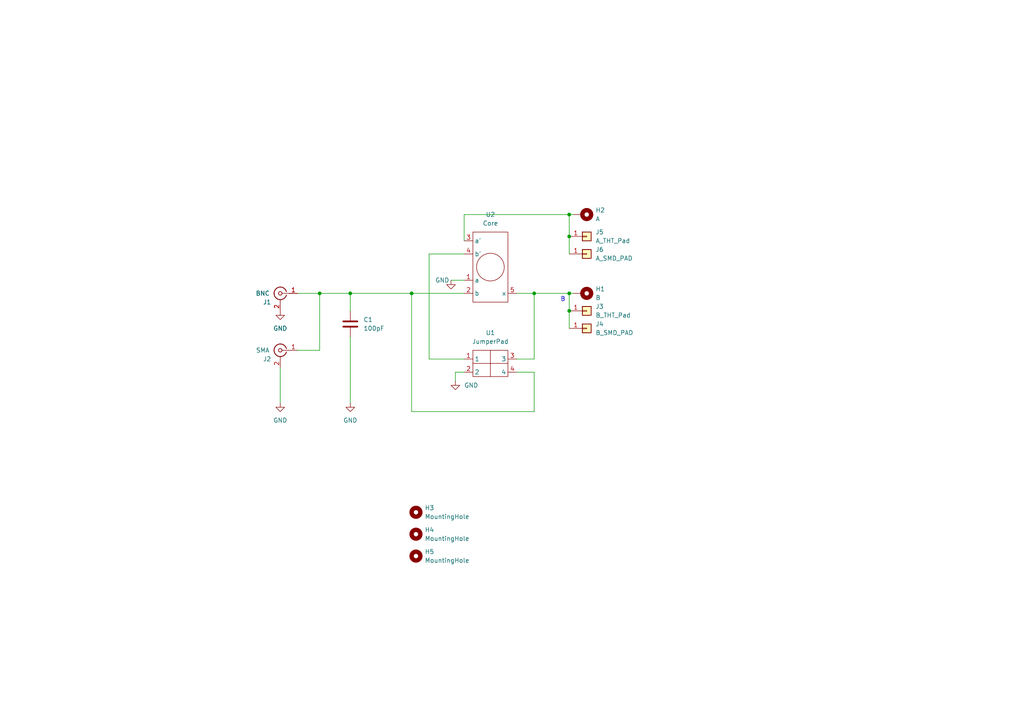
<source format=kicad_sch>
(kicad_sch (version 20211123) (generator eeschema)
  (paper "A4")
  (title_block (title "UniBalun") (date "2023-02-03") (rev "1.2") (company "DG1JAN") (comment 1 "Open Source Hardware under Creative  Commons BY SA-4.0"))
  (lib_symbols
    (symbol "Connector:Conn_Coaxial" (pin_names (offset 1.016) hide)
      (property "Reference" "J" (at 0.254 3.048 0))
      (property "Value" "Conn_Coaxial" (at 2.921 0 90))
      (symbol "Conn_Coaxial_0_1"
        (arc (start -1.778 -0.508) (mid 0.222 -1.808) (end 1.778 0) (stroke (width 0.254)))
        (polyline (pts (xy -2.54 0) (xy -0.508 0)))
        (polyline (pts (xy 0 -2.54) (xy 0 -1.778)))
        (circle (center 0 0) (radius 0.508) (stroke (width 0.2032)))
        (arc (start 1.778 0) (mid 0.222 1.8083) (end -1.778 0.508) (stroke (width 0.254)))
      )
      (symbol "Conn_Coaxial_1_1"
        (pin passive line (at -5.08 0 0) (length 2.54) (name "In") (number "1"))
        (pin passive line (at 0 -5.08 90) (length 2.54) (name "Ext") (number "2"))
      )
    )
    (symbol "Connector_Generic:Conn_01x01" (pin_names (offset 1.016) hide)
      (property "Reference" "J" (at 0 2.54 0))
      (property "Value" "Conn_01x01" (at 0 -2.54 0))
      (symbol "Conn_01x01_1_1"
        (rectangle (start -1.27 0.127) (end 0 -0.127) (stroke (width 0.1524)))
        (rectangle (start -1.27 1.27) (end 1.27 -1.27) (stroke (width 0.254)) (fill (type background)))
        (pin passive line (at -5.08 0 0) (length 3.81) (name "Pin_1") (number "1"))
      )
    )
    (symbol "Device:C" (pin_numbers hide) (pin_names (offset 0.254))
      (property "Reference" "C" (at 0.635 2.54 0))
      (property "Value" "C" (at 0.635 -2.54 0))
      (symbol "C_0_1"
        (polyline (pts (xy -2.032 -0.762) (xy 2.032 -0.762)) (stroke (width 0.508)))
        (polyline (pts (xy -2.032 0.762) (xy 2.032 0.762)) (stroke (width 0.508)))
      )
      (symbol "C_1_1"
        (pin passive line (at 0 3.81 270) (length 2.794) (name "~") (number "1"))
        (pin passive line (at 0 -3.81 90) (length 2.794) (name "~") (number "2"))
      )
    )
    (symbol "Mechanical:MountingHole" (pin_names (offset 1.016))
      (property "Reference" "H" (at 0 5.08 0))
      (property "Value" "MountingHole" (at 0 3.175 0))
      (symbol "MountingHole_0_1"
        (circle (center 0 0) (radius 1.27) (stroke (width 1.27)))
      )
    )
    (symbol "Mechanical:MountingHole_Pad" (pin_numbers hide) (pin_names (offset 1.016) hide)
      (property "Reference" "H" (at 0 6.35 0))
      (property "Value" "MountingHole_Pad" (at 0 4.445 0))
      (symbol "MountingHole_Pad_0_1"
        (circle (center 0 1.27) (radius 1.27) (stroke (width 1.27)))
      )
      (symbol "MountingHole_Pad_1_1"
        (pin input line (at 0 -2.54 90) (length 2.54) (name "1") (number "1"))
      )
    )
    (symbol "UniBalun:Core"
      (property "Reference" "U" (at 0 0 0))
      (property "Value" "Core" (at -7.62 3.81 0))
      (symbol "Core_0_1"
        (rectangle (start -10.16 5.08) (end 10.16 -5.08))
        (circle (center 0 0) (radius 4.0161))
      )
      (symbol "Core_1_1"
        (pin input line (at 3.81 -7.62 90) (length 2.54) (name "a") (number "1"))
        (pin input line (at 7.62 -7.62 90) (length 2.54) (name "b") (number "2"))
        (pin output line (at -7.62 -7.62 90) (length 2.54) (name "a'") (number "3"))
        (pin output line (at -3.81 -7.62 90) (length 2.54) (name "b'") (number "4"))
        (pin output line (at 7.62 7.62 270) (length 2.54) (name "x") (number "5"))
      )
    )
    (symbol "UniBalun:JumperPad"
      (property "Reference" "U" (at 8.89 -5.08 0))
      (property "Value" "JumperPad" (at 8.89 -15.24 0))
      (symbol "JumperPad_0_1"
        (polyline (pts (xy 3.81 -10.16) (xy 13.97 -10.16)))
        (polyline (pts (xy 8.89 -13.97) (xy 8.89 -6.35)))
        (rectangle (start 3.81 -6.35) (end 13.97 -13.97))
      )
      (symbol "JumperPad_1_1"
        (pin input line (at 1.27 -8.89 0) (length 2.54) (name "1") (number "1"))
        (pin input line (at 1.27 -12.7 0) (length 2.54) (name "2") (number "2"))
        (pin output line (at 16.51 -8.89 180) (length 2.54) (name "3") (number "3"))
        (pin output line (at 16.51 -12.7 180) (length 2.54) (name "4") (number "4"))
      )
    )
    (symbol "power:GND" (power) (pin_names (offset 0))
      (property "Value" "GND" (at 0 -3.81 0))
      (symbol "GND_0_1"
        (polyline (pts (xy 0 0) (xy 0 -1.27) (xy 1.27 -1.27) (xy 0 -2.54) (xy -1.27 -1.27) (xy 0 -1.27)))
      )
      (symbol "GND_1_1"
        (pin power_in line (at 0 0 270) (length 0) hide (name "GND") (number "1"))
      )
    )
  )
  (junction (at 101.6 85.09))
  (junction (at 92.71 85.09))
  (junction (at 165.1 68.58))
  (junction (at 165.1 90.17))
  (junction (at 165.1 62.23))
  (junction (at 154.94 85.09))
  (junction (at 119.38 85.09))
  (junction (at 165.1 85.09))
  (wire (pts (xy 119.38 119.38) (xy 119.38 85.09)))
  (wire (pts (xy 149.86 104.14) (xy 154.94 104.14)))
  (wire (pts (xy 154.94 104.14) (xy 154.94 85.09)))
  (wire (pts (xy 154.94 85.09) (xy 165.1 85.09)))
  (wire (pts (xy 130.81 81.28) (xy 134.62 81.28)))
  (wire (pts (xy 92.71 85.09) (xy 92.71 101.6)))
  (wire (pts (xy 86.36 85.09) (xy 92.71 85.09)))
  (wire (pts (xy 165.1 62.23) (xy 166.37 62.23)))
  (wire (pts (xy 154.94 107.95) (xy 149.86 107.95)))
  (wire (pts (xy 124.46 73.66) (xy 124.46 104.14)))
  (wire (pts (xy 134.62 73.66) (xy 124.46 73.66)))
  (wire (pts (xy 154.94 119.38) (xy 119.38 119.38)))
  (wire (pts (xy 134.62 69.85) (xy 134.62 62.23)))
  (wire (pts (xy 92.71 101.6) (xy 86.36 101.6)))
  (wire (pts (xy 134.62 107.95) (xy 132.08 107.95)))
  (wire (pts (xy 101.6 97.79) (xy 101.6 116.84)))
  (wire (pts (xy 101.6 85.09) (xy 119.38 85.09)))
  (wire (pts (xy 165.1 62.23) (xy 165.1 68.58)))
  (wire (pts (xy 132.08 107.95) (xy 132.08 110.49)))
  (wire (pts (xy 101.6 85.09) (xy 101.6 90.17)))
  (wire (pts (xy 124.46 104.14) (xy 134.62 104.14)))
  (wire (pts (xy 154.94 107.95) (xy 154.94 119.38)))
  (wire (pts (xy 165.1 90.17) (xy 165.1 95.25)))
  (wire (pts (xy 165.1 68.58) (xy 165.1 73.66)))
  (wire (pts (xy 149.86 85.09) (xy 154.94 85.09)))
  (wire (pts (xy 165.1 85.09) (xy 166.37 85.09)))
  (wire (pts (xy 92.71 85.09) (xy 101.6 85.09)))
  (wire (pts (xy 165.1 85.09) (xy 165.1 90.17)))
  (wire (pts (xy 134.62 62.23) (xy 165.1 62.23)))
  (wire (pts (xy 119.38 85.09) (xy 134.62 85.09)))
  (wire (pts (xy 81.28 106.68) (xy 81.28 116.84)))
  (text "B\n" (at 162.56 87.63 0) (effects (font (size 1.27 1.27)) (justify left bottom)))
  (symbol (lib_id "power:GND") (at 81.28 116.84 0) (unit 1)
    (property "Reference" "#PWR0101" (effects hide))
    (property "Value" "GND" (at 81.28 121.92 0))
  )
  (symbol (lib_id "power:GND") (at 81.28 90.17 0) (unit 1)
    (property "Reference" "#PWR0102" (effects hide))
    (property "Value" "GND" (at 81.28 95.25 0))
  )
  (symbol (lib_id "Mechanical:MountingHole_Pad") (at 168.91 62.23 270) (unit 1)
    (property "Reference" "H2" (at 172.72 60.9599 90) (effects (justify left)))
    (property "Value" "A" (at 172.72 63.4999 90) (effects (justify left)))
    (property "Footprint" "MountingHole:MountingHole_3.2mm_M3_Pad" (effects hide))
  )
  (symbol (lib_id "UniBalun:Core") (at 142.24 77.47 270) (unit 1)
    (property "Reference" "U2" (at 142.24 62.23 90))
    (property "Value" "Core" (at 142.24 64.77 90))
    (property "Footprint" "UniBalunLibrary:FT82_Balun" (effects hide))
  )
  (symbol (lib_id "Mechanical:MountingHole_Pad") (at 168.91 85.09 270) (unit 1)
    (property "Reference" "H1" (at 172.72 83.8199 90) (effects (justify left)))
    (property "Value" "B" (at 172.72 86.3599 90) (effects (justify left)))
    (property "Footprint" "MountingHole:MountingHole_3.2mm_M3_Pad" (effects hide))
  )
  (symbol (lib_id "power:GND") (at 130.81 81.28 0) (unit 1)
    (property "Reference" "#PWR0104" (effects hide))
    (property "Value" "GND" (at 128.27 81.28 0))
  )
  (symbol (lib_id "power:GND") (at 101.6 116.84 0) (unit 1)
    (property "Reference" "#PWR0103" (effects hide))
    (property "Value" "GND" (at 101.6 121.92 0))
  )
  (symbol (lib_id "Connector_Generic:Conn_01x01") (at 170.18 73.66 0) (unit 1)
    (property "Reference" "J6" (at 172.72 72.3899 0) (effects (justify left)))
    (property "Value" "A_SMD_PAD" (at 172.72 74.9299 0) (effects (justify left)))
    (property "Footprint" "UniBalunLibrary:4mmJack" (effects hide))
  )
  (symbol (lib_id "power:GND") (at 132.08 110.49 0) (unit 1)
    (property "Reference" "#PWR0105" (effects hide))
    (property "Value" "GND" (at 134.62 111.7599 0) (effects (justify left)))
  )
  (symbol (lib_id "Mechanical:MountingHole") (at 120.65 161.29 0) (unit 1)
    (property "Reference" "H5" (at 123.19 160.0199 0) (effects (justify left)))
    (property "Value" "MountingHole" (at 123.19 162.5599 0) (effects (justify left)))
    (property "Footprint" "MountingHole:MountingHole_4.5mm" (effects hide))
  )
  (symbol (lib_id "Connector:Conn_Coaxial") (at 81.28 85.09 0) (mirror y) (unit 1)
    (property "Reference" "J1" (at 77.47 87.63 0))
    (property "Value" "BNC" (at 76.2 85.09 0))
    (property "Footprint" "Connector_Coaxial:BNC_Amphenol_B6252HB-NPP3G-50_Horizontal" (effects hide))
    (property "Datasheet" " ~" (effects hide))
  )
  (symbol (lib_id "Device:C") (at 101.6 93.98 0) (unit 1)
    (property "Reference" "C1" (at 105.41 92.7099 0) (effects (justify left)))
    (property "Value" "100pF" (at 105.41 95.2499 0) (effects (justify left)))
    (property "Footprint" "UniBalunLibrary:THT_cap" (effects hide))
  )
  (symbol (lib_id "Connector_Generic:Conn_01x01") (at 170.18 90.17 0) (unit 1)
    (property "Reference" "J3" (at 172.72 88.8999 0) (effects (justify left)))
    (property "Value" "B_THT_Pad" (at 172.72 91.4399 0) (effects (justify left)))
    (property "Footprint" "Connector_Wire:SolderWire-1.5sqmm_1x01_D1.7mm_OD3.9mm" (effects hide))
  )
  (symbol (lib_id "Connector_Generic:Conn_01x01") (at 170.18 95.25 0) (unit 1)
    (property "Reference" "J4" (at 172.72 93.9799 0) (effects (justify left)))
    (property "Value" "B_SMD_PAD" (at 172.72 96.5199 0) (effects (justify left)))
    (property "Footprint" "UniBalunLibrary:4mmJack" (effects hide))
  )
  (symbol (lib_id "Connector:Conn_Coaxial") (at 81.28 101.6 0) (mirror y) (unit 1)
    (property "Reference" "J2" (at 77.47 104.14 0))
    (property "Value" "SMA" (at 76.2 101.6 0))
    (property "Footprint" "Connector_Coaxial:SMA_Samtec_SMA-J-P-X-ST-EM1_EdgeMount" (effects hide))
    (property "Datasheet" " ~" (effects hide))
  )
  (symbol (lib_id "Mechanical:MountingHole") (at 120.65 148.59 0) (unit 1)
    (property "Reference" "H3" (at 123.19 147.3199 0) (effects (justify left)))
    (property "Value" "MountingHole" (at 123.19 149.8599 0) (effects (justify left)))
    (property "Footprint" "MountingHole:MountingHole_2.1mm" (effects hide))
  )
  (symbol (lib_id "UniBalun:JumperPad") (at 133.35 95.25 0) (unit 1)
    (property "Reference" "U1" (at 142.24 96.52 0))
    (property "Value" "JumperPad" (at 142.24 99.06 0))
    (property "Footprint" "UniBalunLibrary:Jumper" (effects hide))
  )
  (symbol (lib_id "Connector_Generic:Conn_01x01") (at 170.18 68.58 0) (unit 1)
    (property "Reference" "J5" (at 172.72 67.3099 0) (effects (justify left)))
    (property "Value" "A_THT_Pad" (at 172.72 69.8499 0) (effects (justify left)))
    (property "Footprint" "Connector_Wire:SolderWire-1.5sqmm_1x01_D1.7mm_OD3.9mm" (effects hide))
  )
  (symbol (lib_id "Mechanical:MountingHole") (at 120.65 154.94 0) (unit 1)
    (property "Reference" "H4" (at 123.19 153.6699 0) (effects (justify left)))
    (property "Value" "MountingHole" (at 123.19 156.2099 0) (effects (justify left)))
    (property "Footprint" "MountingHole:MountingHole_2.1mm" (effects hide))
  )
)
</source>
